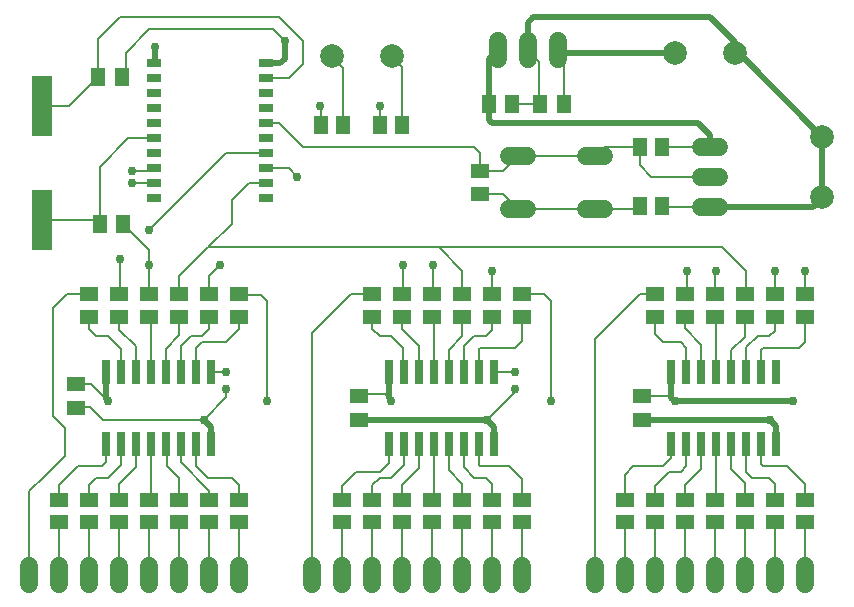
<source format=gbr>
G04 EAGLE Gerber RS-274X export*
G75*
%MOMM*%
%FSLAX34Y34*%
%LPD*%
%INTop Copper*%
%IPPOS*%
%AMOC8*
5,1,8,0,0,1.08239X$1,22.5*%
G01*
%ADD10R,1.600000X1.300000*%
%ADD11R,1.300000X1.600000*%
%ADD12R,0.660400X2.032000*%
%ADD13C,1.524000*%
%ADD14C,2.000000*%
%ADD15R,1.778000X5.080000*%
%ADD16R,1.143000X0.762000*%
%ADD17C,0.200000*%
%ADD18C,0.756400*%
%ADD19C,0.508000*%


D10*
X307500Y179000D03*
X307500Y159000D03*
X546900Y179000D03*
X546900Y159000D03*
D11*
X461200Y426600D03*
X481200Y426600D03*
X437300Y426300D03*
X417300Y426300D03*
D10*
X68100Y189000D03*
X68100Y169000D03*
D12*
X332750Y138266D03*
X332750Y199734D03*
X345450Y138266D03*
X358150Y138266D03*
X345450Y199734D03*
X358150Y199734D03*
X370850Y138266D03*
X370850Y199734D03*
X383550Y138266D03*
X383550Y199734D03*
X396250Y138266D03*
X408950Y138266D03*
X396250Y199734D03*
X408950Y199734D03*
X421650Y138266D03*
X421650Y199734D03*
X93350Y138266D03*
X93350Y199734D03*
X106050Y138266D03*
X118750Y138266D03*
X106050Y199734D03*
X118750Y199734D03*
X131450Y138266D03*
X131450Y199734D03*
X144150Y138266D03*
X144150Y199734D03*
X156850Y138266D03*
X169550Y138266D03*
X156850Y199734D03*
X169550Y199734D03*
X182250Y138266D03*
X182250Y199734D03*
X572150Y138266D03*
X572150Y199734D03*
X584850Y138266D03*
X597550Y138266D03*
X584850Y199734D03*
X597550Y199734D03*
X610250Y138266D03*
X610250Y199734D03*
X622950Y138266D03*
X622950Y199734D03*
X635650Y138266D03*
X648350Y138266D03*
X635650Y199734D03*
X648350Y199734D03*
X661050Y138266D03*
X661050Y199734D03*
D13*
X475700Y464280D02*
X475700Y479520D01*
X450300Y479520D02*
X450300Y464280D01*
X424900Y464280D02*
X424900Y479520D01*
X28500Y35720D02*
X28500Y20480D01*
X53900Y20480D02*
X53900Y35720D01*
X79300Y35720D02*
X79300Y20480D01*
X104700Y20480D02*
X104700Y35720D01*
X130100Y35720D02*
X130100Y20480D01*
X155500Y20480D02*
X155500Y35720D01*
X180900Y35720D02*
X180900Y20480D01*
X206300Y20480D02*
X206300Y35720D01*
X267900Y35720D02*
X267900Y20480D01*
X293300Y20480D02*
X293300Y35720D01*
X318700Y35720D02*
X318700Y20480D01*
X344100Y20480D02*
X344100Y35720D01*
X369500Y35720D02*
X369500Y20480D01*
X394900Y20480D02*
X394900Y35720D01*
X420300Y35720D02*
X420300Y20480D01*
X445700Y20480D02*
X445700Y35720D01*
X507300Y35720D02*
X507300Y20480D01*
X532700Y20480D02*
X532700Y35720D01*
X558100Y35720D02*
X558100Y20480D01*
X583500Y20480D02*
X583500Y35720D01*
X608900Y35720D02*
X608900Y20480D01*
X634300Y20480D02*
X634300Y35720D01*
X659700Y35720D02*
X659700Y20480D01*
X685100Y20480D02*
X685100Y35720D01*
D10*
X79300Y246500D03*
X79300Y265500D03*
X104700Y265500D03*
X104700Y246500D03*
X206300Y265500D03*
X206300Y246500D03*
X180900Y265500D03*
X180900Y246500D03*
X155500Y265500D03*
X155500Y246500D03*
X318700Y246500D03*
X318700Y265500D03*
X293300Y91500D03*
X293300Y72500D03*
X318700Y91500D03*
X318700Y72500D03*
X344100Y91500D03*
X344100Y72500D03*
X369500Y91500D03*
X369500Y72500D03*
X394900Y91500D03*
X394900Y72500D03*
X53900Y91500D03*
X53900Y72500D03*
X420300Y91500D03*
X420300Y72500D03*
X445700Y91500D03*
X445700Y72500D03*
X369500Y265500D03*
X369500Y246500D03*
X344100Y265500D03*
X344100Y246500D03*
X445700Y265500D03*
X445700Y246500D03*
X420300Y265500D03*
X420300Y246500D03*
X394900Y265500D03*
X394900Y246500D03*
X558100Y246500D03*
X558100Y265500D03*
X532700Y91500D03*
X532700Y72500D03*
X558100Y91500D03*
X558100Y72500D03*
X79300Y91500D03*
X79300Y72500D03*
X583500Y91500D03*
X583500Y72500D03*
X608900Y91500D03*
X608900Y72500D03*
X634300Y91500D03*
X634300Y72500D03*
X659700Y91500D03*
X659700Y72500D03*
X685100Y91500D03*
X685100Y72500D03*
X608900Y265500D03*
X608900Y246500D03*
X583500Y265500D03*
X583500Y246500D03*
X685100Y265500D03*
X685100Y246500D03*
X659700Y265500D03*
X659700Y246500D03*
X634300Y265500D03*
X634300Y246500D03*
X104700Y91500D03*
X104700Y72500D03*
D11*
X294300Y408400D03*
X275300Y408400D03*
X344300Y408800D03*
X325300Y408800D03*
D10*
X130100Y91500D03*
X130100Y72500D03*
X155500Y91500D03*
X155500Y72500D03*
X180900Y91500D03*
X180900Y72500D03*
X206300Y91500D03*
X206300Y72500D03*
X130100Y265500D03*
X130100Y246500D03*
D14*
X335411Y467050D03*
X284611Y467050D03*
X699850Y347789D03*
X699850Y398589D03*
X625611Y469350D03*
X574811Y469350D03*
D15*
X39200Y424760D03*
X39200Y328240D03*
D11*
X106900Y449300D03*
X86900Y449300D03*
X88100Y324500D03*
X108100Y324500D03*
D16*
X133692Y460800D03*
X133692Y448100D03*
X133692Y435400D03*
X133692Y422700D03*
X133692Y410000D03*
X133692Y397300D03*
X133692Y384600D03*
X133692Y371900D03*
X133692Y359200D03*
X133692Y346500D03*
X228942Y359200D03*
X228688Y346500D03*
X228942Y371900D03*
X228942Y384600D03*
X228942Y397300D03*
X228942Y410000D03*
X228942Y422700D03*
X228942Y435400D03*
X228942Y448100D03*
X228942Y460800D03*
D13*
X597380Y390400D02*
X612620Y390400D01*
X612620Y365000D02*
X597380Y365000D01*
X597380Y339600D02*
X612620Y339600D01*
D10*
X410000Y370000D03*
X410000Y350000D03*
D11*
X564500Y340000D03*
X545500Y340000D03*
X564500Y390000D03*
X545500Y390000D03*
D13*
X450108Y382606D02*
X434868Y382606D01*
X434868Y337394D02*
X450108Y337394D01*
X499892Y382606D02*
X515132Y382606D01*
X515132Y337394D02*
X499892Y337394D01*
D17*
X106050Y218950D02*
X106050Y199734D01*
X95000Y230000D02*
X85000Y230000D01*
X79300Y235700D01*
X79300Y246500D01*
X95000Y230000D02*
X106050Y218950D01*
X93350Y138266D02*
X93350Y123350D01*
X90000Y120000D01*
X70000Y120000D01*
X53900Y103900D02*
X53900Y91500D01*
X53900Y103900D02*
X70000Y120000D01*
X106050Y121050D02*
X106050Y138266D01*
X95000Y110000D02*
X85000Y110000D01*
X79300Y104300D01*
X79300Y91500D01*
X95000Y110000D02*
X106050Y121050D01*
X118750Y118750D02*
X118750Y138266D01*
X104700Y104700D02*
X104700Y91500D01*
X104700Y104700D02*
X118750Y118750D01*
X131450Y138266D02*
X131450Y92850D01*
X130100Y91500D01*
X145000Y137416D02*
X144150Y138266D01*
X145000Y120000D02*
X155500Y109500D01*
X145000Y120000D02*
X145000Y137416D01*
X155500Y109500D02*
X155500Y91500D01*
X180900Y91500D02*
X180900Y99100D01*
X156850Y123150D02*
X156850Y138266D01*
X156850Y123150D02*
X180900Y99100D01*
X170000Y137816D02*
X169550Y138266D01*
X170000Y137816D02*
X170000Y120000D01*
X180000Y110000D01*
X206300Y103700D02*
X206300Y91500D01*
X200000Y110000D02*
X180000Y110000D01*
X200000Y110000D02*
X206300Y103700D01*
X131450Y199734D02*
X131450Y245150D01*
X130100Y246500D01*
D18*
X176000Y159000D03*
X416000Y159000D03*
X656000Y159000D03*
D17*
X440000Y183000D02*
X416000Y159000D01*
X440000Y183000D02*
X440000Y185000D01*
D18*
X440000Y185000D03*
X370000Y290000D03*
D17*
X370000Y266000D01*
X369500Y265500D01*
X195000Y178000D02*
X176000Y159000D01*
X195000Y178000D02*
X195000Y185000D01*
D18*
X195000Y185000D03*
X130000Y290000D03*
D17*
X130100Y289900D01*
X130100Y265500D01*
X608900Y265500D02*
X608900Y283900D01*
X610000Y285000D01*
D18*
X610000Y285000D03*
D19*
X416000Y159000D02*
X307500Y159000D01*
X416000Y159000D02*
X421650Y153350D01*
X421650Y138266D01*
X182250Y152750D02*
X176000Y159000D01*
X182250Y152750D02*
X182250Y138266D01*
X656000Y159000D02*
X661050Y153950D01*
X661050Y138266D01*
X656000Y159000D02*
X546900Y159000D01*
D17*
X437300Y426300D02*
X437600Y426600D01*
X460000Y426600D01*
X461200Y426600D01*
X460000Y462200D02*
X450300Y471900D01*
X460000Y462200D02*
X460000Y426600D01*
D19*
X699850Y398589D02*
X699850Y347789D01*
D17*
X176000Y159000D02*
X91000Y159000D01*
X80000Y170000D01*
X69100Y170000D01*
X68100Y169000D01*
X130000Y302600D02*
X108100Y324500D01*
X130000Y302600D02*
X130000Y290000D01*
D19*
X450300Y471900D02*
X450300Y495300D01*
X455000Y500000D01*
X605000Y500000D01*
X625611Y479389D02*
X625611Y469350D01*
X625611Y479389D02*
X605000Y500000D01*
X625611Y469350D02*
X629089Y469350D01*
X699850Y398589D01*
D18*
X245000Y480000D03*
D19*
X245000Y465000D01*
X240800Y460800D01*
X228942Y460800D01*
D17*
X110000Y452400D02*
X106900Y449300D01*
X110000Y452400D02*
X110000Y470000D01*
X130000Y490000D01*
X235000Y490000D02*
X245000Y480000D01*
X235000Y490000D02*
X130000Y490000D01*
X564900Y339600D02*
X605000Y339600D01*
X564900Y339600D02*
X564500Y340000D01*
D19*
X605000Y339600D02*
X691661Y339600D01*
X699850Y347789D01*
D17*
X309250Y180750D02*
X307500Y179000D01*
D18*
X95000Y175000D03*
X335000Y175000D03*
D17*
X329250Y180750D01*
X309250Y180750D01*
X546900Y179000D02*
X571000Y179000D01*
X575000Y175000D01*
D18*
X575000Y175000D03*
D17*
X206800Y265000D02*
X206300Y265500D01*
X206800Y265000D02*
X225000Y265000D01*
X230000Y260000D01*
X230000Y175000D01*
D18*
X230000Y175000D03*
D17*
X445700Y265500D02*
X464500Y265500D01*
X470000Y260000D02*
X470000Y175000D01*
D18*
X470000Y175000D03*
D17*
X470000Y260000D02*
X464500Y265500D01*
D19*
X95000Y175000D02*
X93350Y176650D01*
X93350Y199734D01*
X332750Y177250D02*
X335000Y175000D01*
X332750Y177250D02*
X332750Y199734D01*
X572150Y177850D02*
X575000Y175000D01*
X572150Y177850D02*
X572150Y199734D01*
X575000Y175000D02*
X675000Y175000D01*
D18*
X675000Y175000D03*
D17*
X95000Y175000D02*
X81000Y189000D01*
X68100Y189000D01*
D19*
X133692Y460800D02*
X135000Y462108D01*
X135000Y475000D01*
D18*
X135000Y475000D03*
D17*
X685100Y284900D02*
X685100Y265500D01*
X685100Y284900D02*
X685000Y285000D01*
D18*
X685000Y285000D03*
D19*
X424900Y471900D02*
X417300Y464300D01*
X417300Y426300D01*
X417300Y412700D01*
X420000Y410000D01*
X595000Y410000D02*
X605000Y400000D01*
X605000Y390400D01*
X595000Y410000D02*
X420000Y410000D01*
D17*
X564500Y390000D02*
X564900Y390400D01*
X605000Y390400D01*
X118750Y221250D02*
X118750Y199734D01*
X104700Y235300D02*
X104700Y246500D01*
X104700Y235300D02*
X118750Y221250D01*
X156850Y221850D02*
X156850Y199734D01*
X165000Y230000D02*
X175000Y230000D01*
X180900Y235900D01*
X180900Y246500D01*
X165000Y230000D02*
X156850Y221850D01*
X169550Y219550D02*
X169550Y199734D01*
X175000Y225000D02*
X195000Y225000D01*
X206300Y236300D01*
X206300Y246500D01*
X175000Y225000D02*
X169550Y219550D01*
X144150Y219150D02*
X144150Y199734D01*
X155500Y230500D02*
X155500Y246500D01*
X155500Y230500D02*
X144150Y219150D01*
X79300Y265500D02*
X60500Y265500D01*
X48500Y253500D01*
X48500Y162031D01*
X58660Y151871D01*
X58660Y128129D02*
X41871Y111340D01*
X41340Y111340D01*
X28500Y98500D02*
X28500Y28100D01*
X58660Y128129D02*
X58660Y151871D01*
X41340Y111340D02*
X28500Y98500D01*
X53900Y72500D02*
X53900Y28100D01*
X79300Y28100D02*
X79300Y72500D01*
X104700Y72500D02*
X104700Y28100D01*
X130100Y28100D02*
X130100Y72500D01*
X155500Y72500D02*
X155500Y28100D01*
X180900Y28100D02*
X180900Y72500D01*
X206300Y72500D02*
X206300Y28100D01*
X345450Y199734D02*
X345000Y200184D01*
X345000Y220000D01*
X335000Y230000D01*
X318700Y236300D02*
X318700Y246500D01*
X325000Y230000D02*
X335000Y230000D01*
X325000Y230000D02*
X318700Y236300D01*
X332750Y138266D02*
X332750Y122750D01*
X325000Y115000D02*
X305000Y115000D01*
X293300Y103300D01*
X293300Y91500D01*
X325000Y115000D02*
X332750Y122750D01*
X345450Y120450D02*
X345450Y138266D01*
X345450Y120450D02*
X335000Y110000D01*
X325000Y110000D01*
X318700Y103700D02*
X318700Y91500D01*
X318700Y103700D02*
X325000Y110000D01*
X344100Y104100D02*
X344100Y91500D01*
X358150Y118150D02*
X358150Y138266D01*
X358150Y118150D02*
X344100Y104100D01*
X370850Y92850D02*
X370850Y138266D01*
X370850Y92850D02*
X369500Y91500D01*
X383550Y116450D02*
X383550Y138266D01*
X394900Y105100D02*
X394900Y91500D01*
X394900Y105100D02*
X383550Y116450D01*
X396250Y118750D02*
X396250Y138266D01*
X405000Y110000D02*
X415000Y110000D01*
X420300Y104700D01*
X420300Y91500D01*
X405000Y110000D02*
X396250Y118750D01*
X408950Y121050D02*
X408950Y138266D01*
X408950Y121050D02*
X410000Y120000D01*
X445700Y109300D02*
X445700Y91500D01*
X435000Y120000D02*
X410000Y120000D01*
X435000Y120000D02*
X445700Y109300D01*
X370850Y199734D02*
X370850Y245150D01*
X369500Y246500D01*
X358150Y221850D02*
X358150Y199734D01*
X344100Y235900D02*
X344100Y246500D01*
X344100Y235900D02*
X358150Y221850D01*
X396250Y221250D02*
X396250Y199734D01*
X420300Y235300D02*
X420300Y246500D01*
X405000Y230000D02*
X396250Y221250D01*
X405000Y230000D02*
X415000Y230000D01*
X420300Y235300D01*
X408950Y218950D02*
X408950Y199734D01*
X408950Y218950D02*
X410000Y220000D01*
X440000Y220000D01*
X445700Y225700D01*
X445700Y246500D01*
X383550Y218550D02*
X383550Y199734D01*
X395000Y246400D02*
X394900Y246500D01*
X395000Y230000D02*
X383550Y218550D01*
X395000Y230000D02*
X395000Y246400D01*
X318700Y265500D02*
X300500Y265500D01*
X267900Y232900D02*
X267900Y28100D01*
X267900Y232900D02*
X300500Y265500D01*
X293300Y72500D02*
X293300Y28100D01*
X318700Y28100D02*
X318700Y72500D01*
X344100Y72500D02*
X344100Y28100D01*
X369500Y28100D02*
X369500Y72500D01*
X394900Y72500D02*
X394900Y28100D01*
X420300Y28100D02*
X420300Y72500D01*
X445700Y72500D02*
X445700Y28100D01*
X584850Y199734D02*
X584850Y220150D01*
X580000Y225000D01*
X565000Y225000D01*
X558100Y231900D01*
X558100Y246500D01*
X572150Y138266D02*
X572150Y127150D01*
X565000Y120000D02*
X540000Y120000D01*
X532700Y112700D01*
X532700Y91500D01*
X565000Y120000D02*
X572150Y127150D01*
X584850Y119850D02*
X584850Y138266D01*
X584850Y119850D02*
X580000Y115000D01*
X570000Y115000D01*
X558100Y103100D02*
X558100Y91500D01*
X558100Y103100D02*
X570000Y115000D01*
X597550Y117550D02*
X597550Y138266D01*
X583500Y103500D02*
X583500Y91500D01*
X583500Y103500D02*
X597550Y117550D01*
X610250Y138266D02*
X610250Y92850D01*
X608900Y91500D01*
X622950Y117050D02*
X622950Y138266D01*
X634300Y105700D02*
X634300Y91500D01*
X634300Y105700D02*
X622950Y117050D01*
X635000Y137616D02*
X635650Y138266D01*
X635000Y137616D02*
X635000Y115000D01*
X640000Y110000D01*
X655000Y110000D02*
X660000Y105000D01*
X660000Y91800D01*
X659700Y91500D01*
X655000Y110000D02*
X640000Y110000D01*
X648350Y121650D02*
X648350Y138266D01*
X648350Y121650D02*
X650000Y120000D01*
X670000Y120000D01*
X685100Y104900D01*
X685100Y91500D01*
X610250Y199734D02*
X610250Y245150D01*
X608900Y246500D01*
X597550Y222450D02*
X597550Y199734D01*
X583500Y236500D02*
X583500Y246500D01*
X583500Y236500D02*
X597550Y222450D01*
X635650Y220650D02*
X635650Y199734D01*
X645000Y230000D02*
X655000Y230000D01*
X659700Y234700D01*
X659700Y246500D01*
X645000Y230000D02*
X635650Y220650D01*
X648350Y218350D02*
X648350Y199734D01*
X648350Y218350D02*
X650000Y220000D01*
X680000Y220000D01*
X685100Y225100D01*
X685100Y246500D01*
X622950Y217950D02*
X622950Y199734D01*
X634300Y229300D02*
X634300Y246500D01*
X634300Y229300D02*
X622950Y217950D01*
X558100Y265500D02*
X545500Y265500D01*
X507300Y227300D02*
X507300Y28100D01*
X507300Y227300D02*
X545500Y265500D01*
X532700Y72500D02*
X532700Y28100D01*
X558100Y28100D02*
X558100Y72500D01*
X583500Y72500D02*
X583500Y28100D01*
X608900Y28100D02*
X608900Y72500D01*
X634300Y72500D02*
X634300Y28100D01*
X659700Y28100D02*
X659700Y72500D01*
X685100Y72500D02*
X685100Y28100D01*
X194734Y199734D02*
X182250Y199734D01*
X194734Y199734D02*
X195000Y200000D01*
D18*
X195000Y200000D03*
X345000Y290000D03*
D17*
X345000Y266400D01*
X344100Y265500D01*
X421650Y199734D02*
X421916Y200000D01*
X440000Y200000D01*
D18*
X440000Y200000D03*
X585000Y285000D03*
D17*
X585000Y267000D01*
X583500Y265500D01*
X180900Y265500D02*
X180900Y280900D01*
X190000Y290000D01*
D18*
X190000Y290000D03*
X420000Y285000D03*
D17*
X420300Y284700D01*
X420300Y265500D01*
X659700Y265500D02*
X659700Y284700D01*
X660000Y285000D01*
D18*
X660000Y285000D03*
X255000Y365000D03*
D17*
X248100Y371900D01*
X228942Y371900D01*
X133692Y371900D02*
X131792Y370000D01*
X115000Y370000D01*
D18*
X115000Y370000D03*
X275000Y425000D03*
D17*
X275300Y424700D01*
X275300Y408400D01*
X105000Y265800D02*
X104700Y265500D01*
X105000Y265800D02*
X105000Y295000D01*
D18*
X105000Y295000D03*
X130000Y320000D03*
D17*
X194600Y384600D01*
X228942Y384600D01*
X294300Y457361D02*
X284611Y467050D01*
X294300Y457361D02*
X294300Y408400D01*
X344300Y458161D02*
X335411Y467050D01*
X344300Y458161D02*
X344300Y408800D01*
X475700Y471900D02*
X481200Y466400D01*
X481200Y426600D01*
D19*
X478250Y469350D02*
X475700Y471900D01*
X478250Y469350D02*
X574811Y469350D01*
D17*
X62360Y424760D02*
X39200Y424760D01*
X62360Y424760D02*
X86900Y449300D01*
X86900Y481900D01*
X105000Y500000D01*
X240000Y500000D01*
X260000Y480000D01*
X260000Y460000D01*
X248100Y448100D02*
X228942Y448100D01*
X248100Y448100D02*
X260000Y460000D01*
X84360Y328240D02*
X39200Y328240D01*
X84360Y328240D02*
X88100Y324500D01*
X88100Y373100D01*
X112300Y397300D02*
X133692Y397300D01*
X112300Y397300D02*
X88100Y373100D01*
X115800Y359200D02*
X133692Y359200D01*
X115800Y359200D02*
X115000Y360000D01*
D18*
X115000Y360000D03*
X325000Y425000D03*
D17*
X325300Y424700D01*
X325300Y408800D01*
X155500Y280500D02*
X155500Y265500D01*
X375000Y305000D02*
X395000Y285000D01*
X395000Y265600D01*
X394900Y265500D01*
X180000Y305000D02*
X155500Y280500D01*
X180000Y305000D02*
X375000Y305000D01*
X615000Y305000D01*
X635000Y285000D01*
X635000Y266200D01*
X634300Y265500D01*
X200000Y325000D02*
X180000Y305000D01*
X200000Y325000D02*
X200000Y345000D01*
X214200Y359200D01*
X228942Y359200D01*
X410000Y370000D02*
X429882Y370000D01*
X442488Y382606D01*
X507512Y382606D01*
X514906Y390000D01*
X545500Y390000D01*
X545500Y374500D01*
X555000Y365000D01*
X605000Y365000D01*
X240000Y410000D02*
X228942Y410000D01*
X405000Y390000D02*
X410000Y385000D01*
X410000Y370000D01*
X260000Y390000D02*
X240000Y410000D01*
X260000Y390000D02*
X405000Y390000D01*
X442488Y337394D02*
X507512Y337394D01*
X542894Y337394D01*
X545500Y340000D01*
X429882Y350000D02*
X410000Y350000D01*
X429882Y350000D02*
X442488Y337394D01*
M02*

</source>
